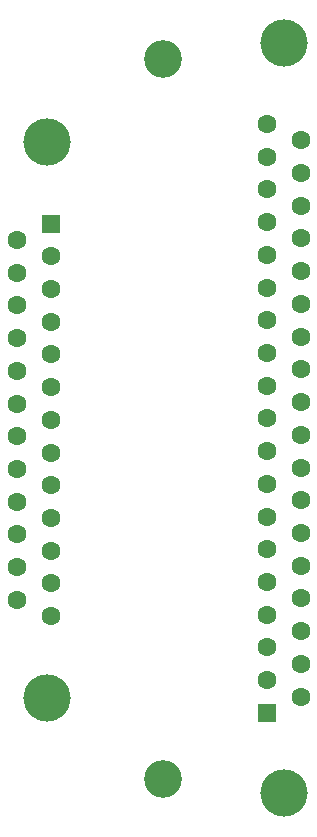
<source format=gbr>
%TF.GenerationSoftware,KiCad,Pcbnew,5.1.9-73d0e3b20d~88~ubuntu18.04.1*%
%TF.CreationDate,2021-09-13T22:15:05-04:00*%
%TF.ProjectId,adapter,61646170-7465-4722-9e6b-696361645f70,rev?*%
%TF.SameCoordinates,Original*%
%TF.FileFunction,Soldermask,Top*%
%TF.FilePolarity,Negative*%
%FSLAX46Y46*%
G04 Gerber Fmt 4.6, Leading zero omitted, Abs format (unit mm)*
G04 Created by KiCad (PCBNEW 5.1.9-73d0e3b20d~88~ubuntu18.04.1) date 2021-09-13 22:15:05*
%MOMM*%
%LPD*%
G01*
G04 APERTURE LIST*
%ADD10C,3.200000*%
%ADD11C,4.000000*%
%ADD12C,1.600000*%
%ADD13R,1.600000X1.600000*%
G04 APERTURE END LIST*
D10*
%TO.C,H2*%
X101600000Y-121920000D03*
%TD*%
%TO.C,H1*%
X101600000Y-60960000D03*
%TD*%
D11*
%TO.C,J2*%
X111825000Y-59675000D03*
X111825000Y-123175000D03*
D12*
X113245000Y-67880000D03*
X113245000Y-70650000D03*
X113245000Y-73420000D03*
X113245000Y-76190000D03*
X113245000Y-78960000D03*
X113245000Y-81730000D03*
X113245000Y-84500000D03*
X113245000Y-87270000D03*
X113245000Y-90040000D03*
X113245000Y-92810000D03*
X113245000Y-95580000D03*
X113245000Y-98350000D03*
X113245000Y-101120000D03*
X113245000Y-103890000D03*
X113245000Y-106660000D03*
X113245000Y-109430000D03*
X113245000Y-112200000D03*
X113245000Y-114970000D03*
X110405000Y-66495000D03*
X110405000Y-69265000D03*
X110405000Y-72035000D03*
X110405000Y-74805000D03*
X110405000Y-77575000D03*
X110405000Y-80345000D03*
X110405000Y-83115000D03*
X110405000Y-85885000D03*
X110405000Y-88655000D03*
X110405000Y-91425000D03*
X110405000Y-94195000D03*
X110405000Y-96965000D03*
X110405000Y-99735000D03*
X110405000Y-102505000D03*
X110405000Y-105275000D03*
X110405000Y-108045000D03*
X110405000Y-110815000D03*
X110405000Y-113585000D03*
D13*
X110405000Y-116355000D03*
%TD*%
D11*
%TO.C,J1*%
X91775000Y-115100000D03*
X91775000Y-68000000D03*
D12*
X89235000Y-106785000D03*
X89235000Y-104015000D03*
X89235000Y-101245000D03*
X89235000Y-98475000D03*
X89235000Y-95705000D03*
X89235000Y-92935000D03*
X89235000Y-90165000D03*
X89235000Y-87395000D03*
X89235000Y-84625000D03*
X89235000Y-81855000D03*
X89235000Y-79085000D03*
X89235000Y-76315000D03*
X92075000Y-108170000D03*
X92075000Y-105400000D03*
X92075000Y-102630000D03*
X92075000Y-99860000D03*
X92075000Y-97090000D03*
X92075000Y-94320000D03*
X92075000Y-91550000D03*
X92075000Y-88780000D03*
X92075000Y-86010000D03*
X92075000Y-83240000D03*
X92075000Y-80470000D03*
X92075000Y-77700000D03*
D13*
X92075000Y-74930000D03*
%TD*%
M02*

</source>
